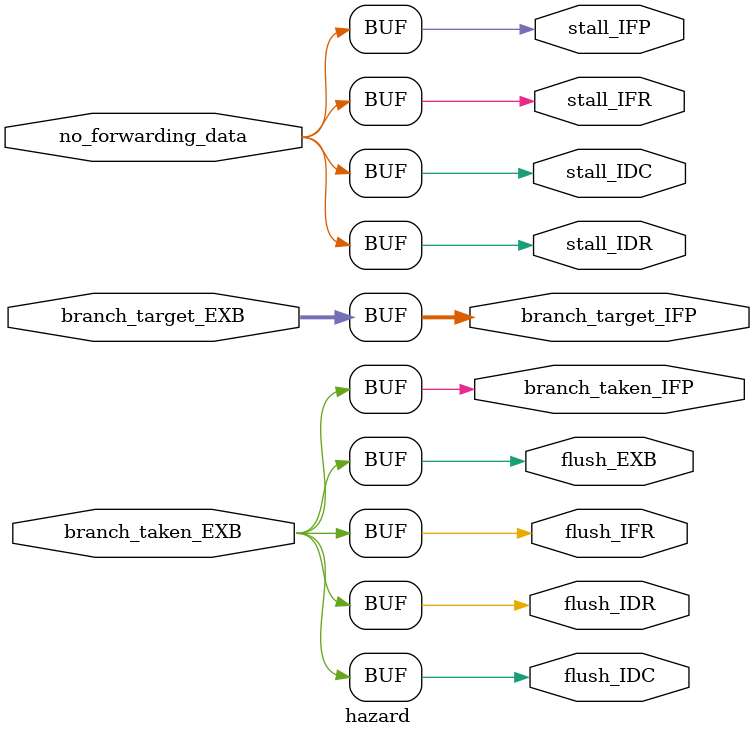
<source format=sv>

module hazard (
  input logic branch_taken_EXB,
  input logic [63:0] branch_target_EXB,

  input logic no_forwarding_data,  // 无法数据前递时需要暂停IDR、IDP、IFR、IFP

  output logic stall_IDR, stall_IDC, stall_IFR, stall_IFP,

  output logic flush_IDC,
  output logic flush_IDR,
  output logic flush_IFR,
  output logic flush_EXB,
  output logic branch_taken_IFP,
  output logic [63:0] branch_target_IFP
);

  assign flush_IDC = branch_taken_EXB;
  assign flush_IDR = branch_taken_EXB;
  assign flush_IFR = branch_taken_EXB;
  assign flush_EXB = branch_taken_EXB;
  assign branch_taken_IFP = branch_taken_EXB;
  assign branch_target_IFP = branch_target_EXB;
  
  assign stall_IDR = no_forwarding_data;
  assign stall_IDC = no_forwarding_data;
  assign stall_IFR = no_forwarding_data;
  assign stall_IFP = no_forwarding_data;
  

endmodule
</source>
